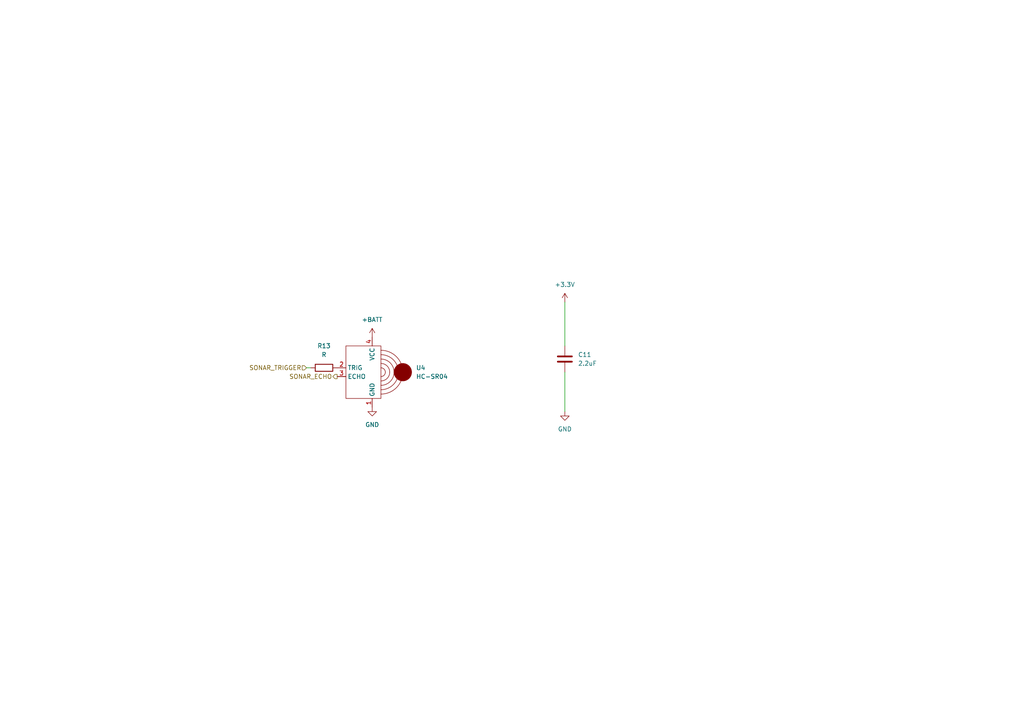
<source format=kicad_sch>
(kicad_sch (version 20230121) (generator eeschema)
  (paper "A4")
  (lib_symbols
    (symbol "Device:C" (pin_numbers hide) (pin_names (offset 0.254))
      (property "Reference" "C" (at 0.635 2.54 0))
      (property "Value" "C" (at 0.635 -2.54 0))
      (symbol "C_0_1"
        (polyline (pts (xy -2.032 -0.762) (xy 2.032 -0.762)) (stroke (width 0.508)))
        (polyline (pts (xy -2.032 0.762) (xy 2.032 0.762)) (stroke (width 0.508)))
      )
      (symbol "C_1_1"
        (pin passive line (at 0 3.81 270) (length 2.794) (name "~") (number "1"))
        (pin passive line (at 0 -3.81 90) (length 2.794) (name "~") (number "2"))
      )
    )
    (symbol "Device:R" (pin_numbers hide) (pin_names (offset 0))
      (property "Reference" "R" (at 2.032 0 90))
      (property "Value" "R" (at 0 0 90))
      (symbol "R_0_1"
        (rectangle (start -1.016 -2.54) (end 1.016 2.54) (stroke (width 0.254)))
      )
      (symbol "R_1_1"
        (pin passive line (at 0 3.81 270) (length 1.27) (name "~") (number "1"))
        (pin passive line (at 0 -3.81 90) (length 1.27) (name "~") (number "2"))
      )
    )
    (symbol "minimouse:HC-SR04"
      (property "Reference" "U" (at 0 0 0))
      (property "Value" "HC-SR04" (at 0 0 0))
      (symbol "HC-SR04_0_1"
        (rectangle (start -7.62 7.62) (end 2.54 -7.62))
        (arc (start 2.54 -6.35) (mid 7.0301 -4.4901) (end 8.89 0))
        (arc (start 2.54 -5.08) (mid 6.1321 -3.5921) (end 7.62 0))
        (arc (start 2.54 -3.81) (mid 5.2341 -2.6941) (end 6.35 0))
        (arc (start 2.54 -2.54) (mid 4.3361 -1.7961) (end 5.08 0))
        (arc (start 2.54 -1.27) (mid 3.438 -0.898) (end 3.81 0))
        (arc (start 3.81 0) (mid 3.438 0.898) (end 2.54 1.27))
        (arc (start 5.08 0) (mid 4.3361 1.7961) (end 2.54 2.54))
        (arc (start 6.35 0) (mid 5.2341 2.6941) (end 2.54 3.81))
        (arc (start 7.62 0) (mid 6.1321 3.5921) (end 2.54 5.08))
        (arc (start 8.89 0) (mid 7.0301 4.4901) (end 2.54 6.35))
      )
      (symbol "HC-SR04_1_1"
        (circle (center 8.89 0) (radius 2.54) (fill (type outline)))
        (pin power_in line (at 0 -10.16 90) (length 2.54) (name "GND") (number "1"))
        (pin input line (at -10.16 1.27 0) (length 2.54) (name "TRIG") (number "2"))
        (pin output line (at -10.16 -1.27 0) (length 2.54) (name "ECHO") (number "3"))
        (pin power_in line (at 0 10.16 270) (length 2.54) (name "VCC") (number "4"))
      )
    )
    (symbol "power:+3.3V" (power) (pin_names (offset 0))
      (property "Value" "+3.3V" (at 0 3.556 0))
      (symbol "+3.3V_0_1"
        (polyline (pts (xy -0.762 1.27) (xy 0 2.54)))
        (polyline (pts (xy 0 0) (xy 0 2.54)))
        (polyline (pts (xy 0 2.54) (xy 0.762 1.27)))
      )
      (symbol "+3.3V_1_1"
        (pin power_in line (at 0 0 90) (length 0) hide (name "+3.3V") (number "1"))
      )
    )
    (symbol "power:+BATT" (power) (pin_names (offset 0))
      (property "Value" "+BATT" (at 0 3.556 0))
      (symbol "+BATT_0_1"
        (polyline (pts (xy -0.762 1.27) (xy 0 2.54)))
        (polyline (pts (xy 0 0) (xy 0 2.54)))
        (polyline (pts (xy 0 2.54) (xy 0.762 1.27)))
      )
      (symbol "+BATT_1_1"
        (pin power_in line (at 0 0 90) (length 0) hide (name "+BATT") (number "1"))
      )
    )
    (symbol "power:GND" (power) (pin_names (offset 0))
      (property "Value" "GND" (at 0 -3.81 0))
      (symbol "GND_0_1"
        (polyline (pts (xy 0 0) (xy 0 -1.27) (xy 1.27 -1.27) (xy 0 -2.54) (xy -1.27 -1.27) (xy 0 -1.27)))
      )
      (symbol "GND_1_1"
        (pin power_in line (at 0 0 270) (length 0) hide (name "GND") (number "1"))
      )
    )
  )
  (wire (pts (xy 163.83 87.63) (xy 163.83 100.33)))
  (wire (pts (xy 88.9 106.68) (xy 90.17 106.68)))
  (wire (pts (xy 163.83 107.95) (xy 163.83 119.38)))
  (hierarchical_label "SONAR_TRIGGER" (shape input) (at 88.9 106.68 180))
  (hierarchical_label "SONAR_ECHO" (shape output) (at 97.79 109.22 180))
  (symbol (lib_id "power:GND") (at 107.95 118.11 0) (unit 1)
    (property "Reference" "#PWR011" (effects hide))
    (property "Value" "GND" (at 107.95 123.19 0))
  )
  (symbol (lib_id "minimouse:HC-SR04") (at 107.95 107.95 0) (unit 1)
    (property "Reference" "U4" (at 120.65 106.68 0) (effects (justify left)))
    (property "Value" "HC-SR04" (at 120.65 109.22 0) (effects (justify left)))
    (property "Footprint" "minimouse:HC-SR04" (effects hide))
  )
  (symbol (lib_id "power:+3.3V") (at 163.83 87.63 0) (unit 1)
    (property "Reference" "#PWR033" (effects hide))
    (property "Value" "+3.3V" (at 163.83 82.55 0))
  )
  (symbol (lib_id "power:+BATT") (at 107.95 97.79 0) (unit 1)
    (property "Reference" "#PWR010" (effects hide))
    (property "Value" "+BATT" (at 107.95 92.71 0))
  )
  (symbol (lib_id "Device:R") (at 93.98 106.68 90) (unit 1)
    (property "Reference" "R13" (at 93.98 100.33 90))
    (property "Value" "R" (at 93.98 102.87 90))
    (property "Footprint" "Resistor_SMD:R_0603_1608Metric" (effects hide))
  )
  (symbol (lib_id "Device:C") (at 163.83 104.14 0) (unit 1)
    (property "Reference" "C11" (at 167.64 102.87 0) (effects (justify left)))
    (property "Value" "2.2uF" (at 167.64 105.41 0) (effects (justify left)))
    (property "Footprint" "Capacitor_SMD:C_0603_1608Metric" (effects hide))
  )
  (symbol (lib_id "power:GND") (at 163.83 119.38 0) (unit 1)
    (property "Reference" "#PWR038" (effects hide))
    (property "Value" "GND" (at 163.83 124.46 0))
  )
)
</source>
